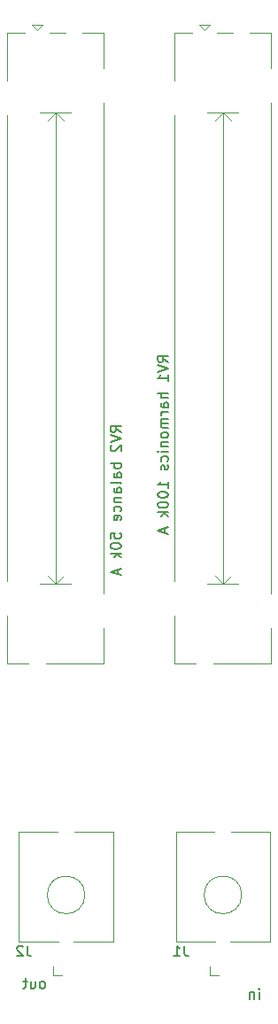
<source format=gbr>
%TF.GenerationSoftware,KiCad,Pcbnew,(6.0.4-0)*%
%TF.CreationDate,2022-12-20T09:34:11-08:00*%
%TF.ProjectId,harmonic_percolator,6861726d-6f6e-4696-935f-706572636f6c,rev?*%
%TF.SameCoordinates,Original*%
%TF.FileFunction,Legend,Bot*%
%TF.FilePolarity,Positive*%
%FSLAX46Y46*%
G04 Gerber Fmt 4.6, Leading zero omitted, Abs format (unit mm)*
G04 Created by KiCad (PCBNEW (6.0.4-0)) date 2022-12-20 09:34:11*
%MOMM*%
%LPD*%
G01*
G04 APERTURE LIST*
%ADD10C,0.150000*%
%ADD11C,0.120000*%
G04 APERTURE END LIST*
D10*
%TO.C,RV1 harmonics *%
X107752380Y-81585714D02*
X107276190Y-81252380D01*
X107752380Y-81014285D02*
X106752380Y-81014285D01*
X106752380Y-81395238D01*
X106800000Y-81490476D01*
X106847619Y-81538095D01*
X106942857Y-81585714D01*
X107085714Y-81585714D01*
X107180952Y-81538095D01*
X107228571Y-81490476D01*
X107276190Y-81395238D01*
X107276190Y-81014285D01*
X106752380Y-81871428D02*
X107752380Y-82204761D01*
X106752380Y-82538095D01*
X107752380Y-83395238D02*
X107752380Y-82823809D01*
X107752380Y-83109523D02*
X106752380Y-83109523D01*
X106895238Y-83014285D01*
X106990476Y-82919047D01*
X107038095Y-82823809D01*
X107752380Y-84585714D02*
X106752380Y-84585714D01*
X107752380Y-85014285D02*
X107228571Y-85014285D01*
X107133333Y-84966666D01*
X107085714Y-84871428D01*
X107085714Y-84728571D01*
X107133333Y-84633333D01*
X107180952Y-84585714D01*
X107752380Y-85919047D02*
X107228571Y-85919047D01*
X107133333Y-85871428D01*
X107085714Y-85776190D01*
X107085714Y-85585714D01*
X107133333Y-85490476D01*
X107704761Y-85919047D02*
X107752380Y-85823809D01*
X107752380Y-85585714D01*
X107704761Y-85490476D01*
X107609523Y-85442857D01*
X107514285Y-85442857D01*
X107419047Y-85490476D01*
X107371428Y-85585714D01*
X107371428Y-85823809D01*
X107323809Y-85919047D01*
X107752380Y-86395238D02*
X107085714Y-86395238D01*
X107276190Y-86395238D02*
X107180952Y-86442857D01*
X107133333Y-86490476D01*
X107085714Y-86585714D01*
X107085714Y-86680952D01*
X107752380Y-87014285D02*
X107085714Y-87014285D01*
X107180952Y-87014285D02*
X107133333Y-87061904D01*
X107085714Y-87157142D01*
X107085714Y-87300000D01*
X107133333Y-87395238D01*
X107228571Y-87442857D01*
X107752380Y-87442857D01*
X107228571Y-87442857D02*
X107133333Y-87490476D01*
X107085714Y-87585714D01*
X107085714Y-87728571D01*
X107133333Y-87823809D01*
X107228571Y-87871428D01*
X107752380Y-87871428D01*
X107752380Y-88490476D02*
X107704761Y-88395238D01*
X107657142Y-88347619D01*
X107561904Y-88300000D01*
X107276190Y-88300000D01*
X107180952Y-88347619D01*
X107133333Y-88395238D01*
X107085714Y-88490476D01*
X107085714Y-88633333D01*
X107133333Y-88728571D01*
X107180952Y-88776190D01*
X107276190Y-88823809D01*
X107561904Y-88823809D01*
X107657142Y-88776190D01*
X107704761Y-88728571D01*
X107752380Y-88633333D01*
X107752380Y-88490476D01*
X107085714Y-89252380D02*
X107752380Y-89252380D01*
X107180952Y-89252380D02*
X107133333Y-89300000D01*
X107085714Y-89395238D01*
X107085714Y-89538095D01*
X107133333Y-89633333D01*
X107228571Y-89680952D01*
X107752380Y-89680952D01*
X107752380Y-90157142D02*
X107085714Y-90157142D01*
X106752380Y-90157142D02*
X106800000Y-90109523D01*
X106847619Y-90157142D01*
X106800000Y-90204761D01*
X106752380Y-90157142D01*
X106847619Y-90157142D01*
X107704761Y-91061904D02*
X107752380Y-90966666D01*
X107752380Y-90776190D01*
X107704761Y-90680952D01*
X107657142Y-90633333D01*
X107561904Y-90585714D01*
X107276190Y-90585714D01*
X107180952Y-90633333D01*
X107133333Y-90680952D01*
X107085714Y-90776190D01*
X107085714Y-90966666D01*
X107133333Y-91061904D01*
X107704761Y-91442857D02*
X107752380Y-91538095D01*
X107752380Y-91728571D01*
X107704761Y-91823809D01*
X107609523Y-91871428D01*
X107561904Y-91871428D01*
X107466666Y-91823809D01*
X107419047Y-91728571D01*
X107419047Y-91585714D01*
X107371428Y-91490476D01*
X107276190Y-91442857D01*
X107228571Y-91442857D01*
X107133333Y-91490476D01*
X107085714Y-91585714D01*
X107085714Y-91728571D01*
X107133333Y-91823809D01*
X107752380Y-93619047D02*
X107752380Y-93047619D01*
X107752380Y-93333333D02*
X106752380Y-93333333D01*
X106895238Y-93238095D01*
X106990476Y-93142857D01*
X107038095Y-93047619D01*
X106752380Y-94238095D02*
X106752380Y-94333333D01*
X106800000Y-94428571D01*
X106847619Y-94476190D01*
X106942857Y-94523809D01*
X107133333Y-94571428D01*
X107371428Y-94571428D01*
X107561904Y-94523809D01*
X107657142Y-94476190D01*
X107704761Y-94428571D01*
X107752380Y-94333333D01*
X107752380Y-94238095D01*
X107704761Y-94142857D01*
X107657142Y-94095238D01*
X107561904Y-94047619D01*
X107371428Y-94000000D01*
X107133333Y-94000000D01*
X106942857Y-94047619D01*
X106847619Y-94095238D01*
X106800000Y-94142857D01*
X106752380Y-94238095D01*
X106752380Y-95190476D02*
X106752380Y-95285714D01*
X106800000Y-95380952D01*
X106847619Y-95428571D01*
X106942857Y-95476190D01*
X107133333Y-95523809D01*
X107371428Y-95523809D01*
X107561904Y-95476190D01*
X107657142Y-95428571D01*
X107704761Y-95380952D01*
X107752380Y-95285714D01*
X107752380Y-95190476D01*
X107704761Y-95095238D01*
X107657142Y-95047619D01*
X107561904Y-95000000D01*
X107371428Y-94952380D01*
X107133333Y-94952380D01*
X106942857Y-95000000D01*
X106847619Y-95047619D01*
X106800000Y-95095238D01*
X106752380Y-95190476D01*
X107752380Y-95952380D02*
X106752380Y-95952380D01*
X107371428Y-96047619D02*
X107752380Y-96333333D01*
X107085714Y-96333333D02*
X107466666Y-95952380D01*
X107466666Y-97476190D02*
X107466666Y-97952380D01*
X107752380Y-97380952D02*
X106752380Y-97714285D01*
X107752380Y-98047619D01*
%TO.C,RV2 balance*%
X103252380Y-88295238D02*
X102776190Y-87961904D01*
X103252380Y-87723809D02*
X102252380Y-87723809D01*
X102252380Y-88104761D01*
X102300000Y-88200000D01*
X102347619Y-88247619D01*
X102442857Y-88295238D01*
X102585714Y-88295238D01*
X102680952Y-88247619D01*
X102728571Y-88200000D01*
X102776190Y-88104761D01*
X102776190Y-87723809D01*
X102252380Y-88580952D02*
X103252380Y-88914285D01*
X102252380Y-89247619D01*
X102347619Y-89533333D02*
X102300000Y-89580952D01*
X102252380Y-89676190D01*
X102252380Y-89914285D01*
X102300000Y-90009523D01*
X102347619Y-90057142D01*
X102442857Y-90104761D01*
X102538095Y-90104761D01*
X102680952Y-90057142D01*
X103252380Y-89485714D01*
X103252380Y-90104761D01*
X103252380Y-91295238D02*
X102252380Y-91295238D01*
X102633333Y-91295238D02*
X102585714Y-91390476D01*
X102585714Y-91580952D01*
X102633333Y-91676190D01*
X102680952Y-91723809D01*
X102776190Y-91771428D01*
X103061904Y-91771428D01*
X103157142Y-91723809D01*
X103204761Y-91676190D01*
X103252380Y-91580952D01*
X103252380Y-91390476D01*
X103204761Y-91295238D01*
X103252380Y-92628571D02*
X102728571Y-92628571D01*
X102633333Y-92580952D01*
X102585714Y-92485714D01*
X102585714Y-92295238D01*
X102633333Y-92200000D01*
X103204761Y-92628571D02*
X103252380Y-92533333D01*
X103252380Y-92295238D01*
X103204761Y-92200000D01*
X103109523Y-92152380D01*
X103014285Y-92152380D01*
X102919047Y-92200000D01*
X102871428Y-92295238D01*
X102871428Y-92533333D01*
X102823809Y-92628571D01*
X103252380Y-93247619D02*
X103204761Y-93152380D01*
X103109523Y-93104761D01*
X102252380Y-93104761D01*
X103252380Y-94057142D02*
X102728571Y-94057142D01*
X102633333Y-94009523D01*
X102585714Y-93914285D01*
X102585714Y-93723809D01*
X102633333Y-93628571D01*
X103204761Y-94057142D02*
X103252380Y-93961904D01*
X103252380Y-93723809D01*
X103204761Y-93628571D01*
X103109523Y-93580952D01*
X103014285Y-93580952D01*
X102919047Y-93628571D01*
X102871428Y-93723809D01*
X102871428Y-93961904D01*
X102823809Y-94057142D01*
X102585714Y-94533333D02*
X103252380Y-94533333D01*
X102680952Y-94533333D02*
X102633333Y-94580952D01*
X102585714Y-94676190D01*
X102585714Y-94819047D01*
X102633333Y-94914285D01*
X102728571Y-94961904D01*
X103252380Y-94961904D01*
X103204761Y-95866666D02*
X103252380Y-95771428D01*
X103252380Y-95580952D01*
X103204761Y-95485714D01*
X103157142Y-95438095D01*
X103061904Y-95390476D01*
X102776190Y-95390476D01*
X102680952Y-95438095D01*
X102633333Y-95485714D01*
X102585714Y-95580952D01*
X102585714Y-95771428D01*
X102633333Y-95866666D01*
X103204761Y-96676190D02*
X103252380Y-96580952D01*
X103252380Y-96390476D01*
X103204761Y-96295238D01*
X103109523Y-96247619D01*
X102728571Y-96247619D01*
X102633333Y-96295238D01*
X102585714Y-96390476D01*
X102585714Y-96580952D01*
X102633333Y-96676190D01*
X102728571Y-96723809D01*
X102823809Y-96723809D01*
X102919047Y-96247619D01*
X102252380Y-98447619D02*
X102252380Y-97971428D01*
X102728571Y-97923809D01*
X102680952Y-97971428D01*
X102633333Y-98066666D01*
X102633333Y-98304761D01*
X102680952Y-98400000D01*
X102728571Y-98447619D01*
X102823809Y-98495238D01*
X103061904Y-98495238D01*
X103157142Y-98447619D01*
X103204761Y-98400000D01*
X103252380Y-98304761D01*
X103252380Y-98066666D01*
X103204761Y-97971428D01*
X103157142Y-97923809D01*
X102252380Y-99114285D02*
X102252380Y-99209523D01*
X102300000Y-99304761D01*
X102347619Y-99352380D01*
X102442857Y-99400000D01*
X102633333Y-99447619D01*
X102871428Y-99447619D01*
X103061904Y-99400000D01*
X103157142Y-99352380D01*
X103204761Y-99304761D01*
X103252380Y-99209523D01*
X103252380Y-99114285D01*
X103204761Y-99019047D01*
X103157142Y-98971428D01*
X103061904Y-98923809D01*
X102871428Y-98876190D01*
X102633333Y-98876190D01*
X102442857Y-98923809D01*
X102347619Y-98971428D01*
X102300000Y-99019047D01*
X102252380Y-99114285D01*
X103252380Y-99876190D02*
X102252380Y-99876190D01*
X102871428Y-99971428D02*
X103252380Y-100257142D01*
X102585714Y-100257142D02*
X102966666Y-99876190D01*
X102966666Y-101400000D02*
X102966666Y-101876190D01*
X103252380Y-101304761D02*
X102252380Y-101638095D01*
X103252380Y-101971428D01*
%TO.C,J2*%
X94303333Y-137372380D02*
X94303333Y-138086666D01*
X94350952Y-138229523D01*
X94446190Y-138324761D01*
X94589047Y-138372380D01*
X94684285Y-138372380D01*
X93874761Y-137467619D02*
X93827142Y-137420000D01*
X93731904Y-137372380D01*
X93493809Y-137372380D01*
X93398571Y-137420000D01*
X93350952Y-137467619D01*
X93303333Y-137562857D01*
X93303333Y-137658095D01*
X93350952Y-137800952D01*
X93922380Y-138372380D01*
X93303333Y-138372380D01*
X95809523Y-141452380D02*
X95904761Y-141404761D01*
X95952380Y-141357142D01*
X96000000Y-141261904D01*
X96000000Y-140976190D01*
X95952380Y-140880952D01*
X95904761Y-140833333D01*
X95809523Y-140785714D01*
X95666666Y-140785714D01*
X95571428Y-140833333D01*
X95523809Y-140880952D01*
X95476190Y-140976190D01*
X95476190Y-141261904D01*
X95523809Y-141357142D01*
X95571428Y-141404761D01*
X95666666Y-141452380D01*
X95809523Y-141452380D01*
X94619047Y-140785714D02*
X94619047Y-141452380D01*
X95047619Y-140785714D02*
X95047619Y-141309523D01*
X95000000Y-141404761D01*
X94904761Y-141452380D01*
X94761904Y-141452380D01*
X94666666Y-141404761D01*
X94619047Y-141357142D01*
X94285714Y-140785714D02*
X93904761Y-140785714D01*
X94142857Y-140452380D02*
X94142857Y-141309523D01*
X94095238Y-141404761D01*
X94000000Y-141452380D01*
X93904761Y-141452380D01*
%TO.C,J1*%
X109303333Y-137372380D02*
X109303333Y-138086666D01*
X109350952Y-138229523D01*
X109446190Y-138324761D01*
X109589047Y-138372380D01*
X109684285Y-138372380D01*
X108303333Y-138372380D02*
X108874761Y-138372380D01*
X108589047Y-138372380D02*
X108589047Y-137372380D01*
X108684285Y-137515238D01*
X108779523Y-137610476D01*
X108874761Y-137658095D01*
X116452380Y-142452380D02*
X116452380Y-141785714D01*
X116452380Y-141452380D02*
X116500000Y-141500000D01*
X116452380Y-141547619D01*
X116404761Y-141500000D01*
X116452380Y-141452380D01*
X116452380Y-141547619D01*
X115976190Y-141785714D02*
X115976190Y-142452380D01*
X115976190Y-141880952D02*
X115928571Y-141833333D01*
X115833333Y-141785714D01*
X115690476Y-141785714D01*
X115595238Y-141833333D01*
X115547619Y-141928571D01*
X115547619Y-142452380D01*
D11*
%TO.C,RV1 harmonics *%
X108380000Y-50130000D02*
X110075000Y-50130000D01*
X112250000Y-58500000D02*
X113000000Y-57750000D01*
X115573000Y-50130000D02*
X117620000Y-50130000D01*
X113000000Y-57750000D02*
X113750000Y-58500000D01*
X110750000Y-49325000D02*
X111750000Y-49325000D01*
X117620000Y-106986000D02*
X117620000Y-110370000D01*
X112073000Y-110370000D02*
X117620000Y-110370000D01*
X111750000Y-49325000D02*
X111250000Y-49825000D01*
X112425000Y-50130000D02*
X113928000Y-50130000D01*
X111500000Y-102750000D02*
X114500000Y-102750000D01*
X108380000Y-110370000D02*
X110427000Y-110370000D01*
X113000000Y-57750000D02*
X113000000Y-102750000D01*
X117620000Y-50130000D02*
X117620000Y-53515000D01*
X108380000Y-50130000D02*
X108380000Y-54715000D01*
X113000000Y-102750000D02*
X113750000Y-102000000D01*
X111250000Y-49825000D02*
X110750000Y-49325000D01*
X108380000Y-57986000D02*
X108380000Y-102515000D01*
X108380000Y-105786000D02*
X108380000Y-110370000D01*
X117620000Y-56786000D02*
X117620000Y-103715000D01*
X112250000Y-102000000D02*
X113000000Y-102750000D01*
X111500000Y-57750000D02*
X114500000Y-57750000D01*
%TO.C,RV2 balance*%
X95750000Y-49325000D02*
X95250000Y-49825000D01*
X96425000Y-50130000D02*
X97928000Y-50130000D01*
X97000000Y-102750000D02*
X97750000Y-102000000D01*
X101620000Y-56786000D02*
X101620000Y-103715000D01*
X96073000Y-110370000D02*
X101620000Y-110370000D01*
X92380000Y-105786000D02*
X92380000Y-110370000D01*
X97000000Y-57750000D02*
X97750000Y-58500000D01*
X94750000Y-49325000D02*
X95750000Y-49325000D01*
X99573000Y-50130000D02*
X101620000Y-50130000D01*
X96250000Y-58500000D02*
X97000000Y-57750000D01*
X92380000Y-50130000D02*
X92380000Y-54715000D01*
X95500000Y-102750000D02*
X98500000Y-102750000D01*
X96250000Y-102000000D02*
X97000000Y-102750000D01*
X97000000Y-57750000D02*
X97000000Y-102750000D01*
X92380000Y-110370000D02*
X94427000Y-110370000D01*
X101620000Y-50130000D02*
X101620000Y-53515000D01*
X92380000Y-50130000D02*
X94075000Y-50130000D01*
X92380000Y-57986000D02*
X92380000Y-102515000D01*
X95500000Y-57750000D02*
X98500000Y-57750000D01*
X101620000Y-106986000D02*
X101620000Y-110370000D01*
X95250000Y-49825000D02*
X94750000Y-49325000D01*
%TO.C,J2*%
X97200000Y-126520000D02*
X93500000Y-126520000D01*
X102500000Y-126520000D02*
X98800000Y-126520000D01*
X102500000Y-137020000D02*
X98720000Y-137020000D01*
X102500000Y-137020000D02*
X102500000Y-126520000D01*
X93500000Y-137020000D02*
X93500000Y-126520000D01*
X97280000Y-137020000D02*
X93500000Y-137020000D01*
X96770000Y-140170000D02*
X97630000Y-140170000D01*
X96770000Y-140170000D02*
X96770000Y-139370000D01*
X99800000Y-132520000D02*
G75*
G03*
X99800000Y-132520000I-1800000J0D01*
G01*
%TO.C,J1*%
X111770000Y-140170000D02*
X111770000Y-139370000D01*
X117500000Y-126520000D02*
X113800000Y-126520000D01*
X117500000Y-137020000D02*
X117500000Y-126520000D01*
X111770000Y-140170000D02*
X112630000Y-140170000D01*
X112280000Y-137020000D02*
X108500000Y-137020000D01*
X108500000Y-137020000D02*
X108500000Y-126520000D01*
X117500000Y-137020000D02*
X113720000Y-137020000D01*
X112200000Y-126520000D02*
X108500000Y-126520000D01*
X114800000Y-132520000D02*
G75*
G03*
X114800000Y-132520000I-1800000J0D01*
G01*
%TD*%
M02*

</source>
